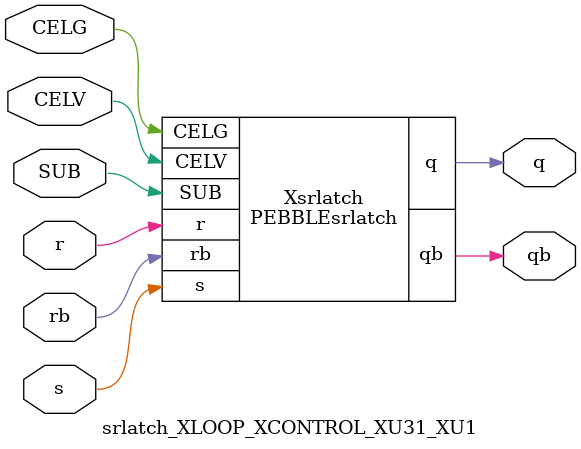
<source format=v>



module PEBBLEsrlatch ( q, qb, CELG, CELV, SUB, r, rb, s );

  input CELV;
  input s;
  output q;
  input rb;
  input r;
  input SUB;
  input CELG;
  output qb;
endmodule

//Celera Confidential Do Not Copy srlatch_XLOOP_XCONTROL_XU31_XU1
//Celera Confidential Symbol Generator
//SR Latch
module srlatch_XLOOP_XCONTROL_XU31_XU1 (CELV,CELG,s,r,rb,q,qb,SUB);
input CELV;
input CELG;
input s;
input r;
input rb;
input SUB;
output q;
output qb;

//Celera Confidential Do Not Copy srlatch
PEBBLEsrlatch Xsrlatch(
.CELV (CELV),
.r (r),
.s (s),
.q (q),
.qb (qb),
.rb (rb),
.SUB (SUB),
.CELG (CELG)
);
//,diesize,PEBBLEsrlatch

//Celera Confidential Do Not Copy Module End
//Celera Schematic Generator
endmodule

</source>
